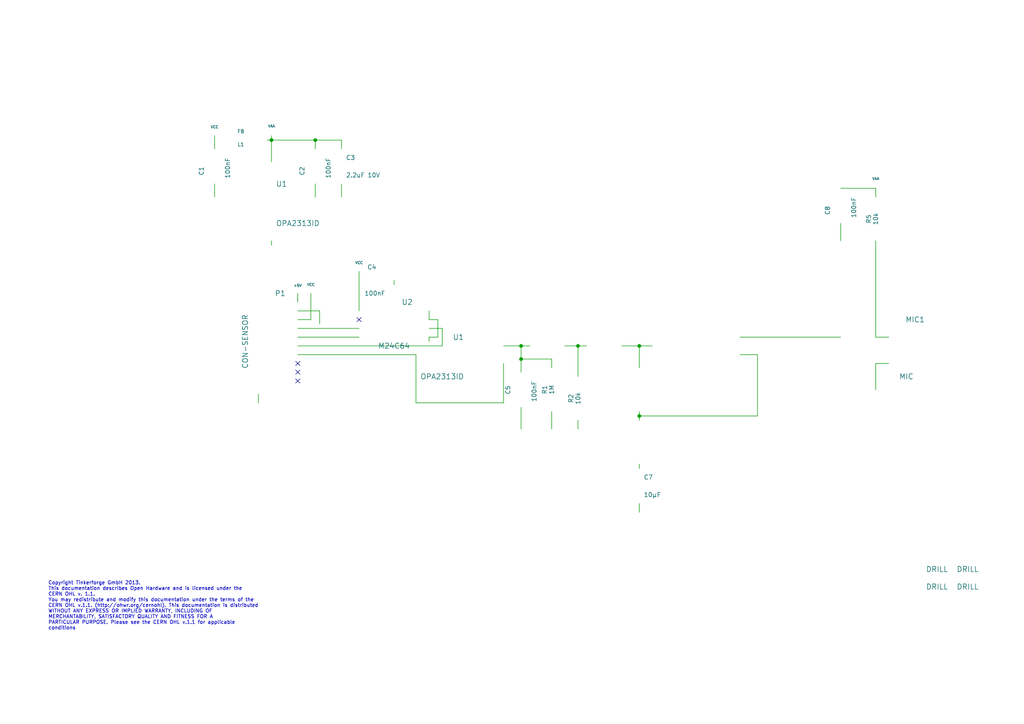
<source format=kicad_sch>
(kicad_sch (version 20230121) (generator eeschema)
  (paper "A4")
  (title_block (title "Sound Intensity Bricklet") (date "19 sep 2013") (rev "1.0") (company "Tinkerforge GmbH") (comment 1 "Licensed under CERN OHL v.1.1") (comment 2 "Copyright (©) 2013, B.Nordmeyer <bastian@tinkerforge.com>"))
  (lib_symbols)
  (junction (at 151.13 100.33))
  (junction (at 91.44 40.64))
  (junction (at 78.74 40.64))
  (junction (at 185.42 100.33))
  (junction (at 151.13 104.14))
  (junction (at 185.42 120.65))
  (junction (at 167.64 100.33))
  (no_connect (at 86.36 107.95))
  (no_connect (at 86.36 105.41))
  (no_connect (at 86.36 110.49))
  (no_connect (at 104.14 92.71))
  (wire (pts (xy 104.14 78.74) (xy 104.14 90.17)))
  (wire (pts (xy 86.36 87.63) (xy 86.36 85.09)))
  (wire (pts (xy 254 69.85) (xy 254 97.79)))
  (wire (pts (xy 104.14 97.79) (xy 86.36 97.79)))
  (wire (pts (xy 91.44 57.15) (xy 91.44 53.34)))
  (wire (pts (xy 78.74 40.64) (xy 91.44 40.64)))
  (wire (pts (xy 254 105.41) (xy 257.81 105.41)))
  (wire (pts (xy 243.84 69.85) (xy 243.84 64.77)))
  (wire (pts (xy 120.65 116.84) (xy 120.65 102.87)))
  (wire (pts (xy 146.05 105.41) (xy 146.05 116.84)))
  (wire (pts (xy 127 97.79) (xy 124.46 97.79)))
  (wire (pts (xy 254 97.79) (xy 257.81 97.79)))
  (wire (pts (xy 99.06 57.15) (xy 99.06 53.34)))
  (wire (pts (xy 86.36 102.87) (xy 120.65 102.87)))
  (wire (pts (xy 86.36 90.17) (xy 92.71 90.17)))
  (wire (pts (xy 128.27 95.25) (xy 124.46 95.25)))
  (wire (pts (xy 254 54.61) (xy 243.84 54.61)))
  (wire (pts (xy 127 92.71) (xy 124.46 92.71)))
  (wire (pts (xy 127 97.79) (xy 127 92.71)))
  (wire (pts (xy 170.18 100.33) (xy 167.64 100.33)))
  (wire (pts (xy 167.64 100.33) (xy 167.64 109.22)))
  (wire (pts (xy 160.02 104.14) (xy 151.13 104.14)))
  (wire (pts (xy 128.27 100.33) (xy 128.27 95.25)))
  (wire (pts (xy 62.23 39.37) (xy 62.23 43.18)))
  (wire (pts (xy 185.42 119.38) (xy 185.42 120.65)))
  (wire (pts (xy 151.13 124.46) (xy 151.13 118.11)))
  (wire (pts (xy 146.05 116.84) (xy 120.65 116.84)))
  (wire (pts (xy 214.63 97.79) (xy 243.84 97.79)))
  (wire (pts (xy 219.71 102.87) (xy 214.63 102.87)))
  (wire (pts (xy 254 57.15) (xy 254 54.61)))
  (wire (pts (xy 78.74 46.99) (xy 78.74 40.64)))
  (wire (pts (xy 185.42 120.65) (xy 185.42 121.92)))
  (wire (pts (xy 189.23 100.33) (xy 185.42 100.33)))
  (wire (pts (xy 185.42 146.05) (xy 185.42 148.59)))
  (wire (pts (xy 151.13 107.95) (xy 151.13 104.14)))
  (wire (pts (xy 78.74 40.64) (xy 78.74 39.37)))
  (wire (pts (xy 160.02 119.38) (xy 160.02 124.46)))
  (wire (pts (xy 167.64 100.33) (xy 163.83 100.33)))
  (wire (pts (xy 254 113.03) (xy 254 105.41)))
  (wire (pts (xy 90.17 85.09) (xy 90.17 92.71)))
  (wire (pts (xy 185.42 100.33) (xy 185.42 106.68)))
  (wire (pts (xy 99.06 40.64) (xy 99.06 43.18)))
  (wire (pts (xy 104.14 95.25) (xy 86.36 95.25)))
  (wire (pts (xy 62.23 57.15) (xy 62.23 53.34)))
  (wire (pts (xy 91.44 40.64) (xy 91.44 43.18)))
  (wire (pts (xy 153.67 100.33) (xy 151.13 100.33)))
  (wire (pts (xy 124.46 97.79) (xy 124.46 99.06)))
  (wire (pts (xy 78.74 71.12) (xy 78.74 69.85)))
  (wire (pts (xy 185.42 135.89) (xy 185.42 134.62)))
  (wire (pts (xy 91.44 40.64) (xy 99.06 40.64)))
  (wire (pts (xy 90.17 92.71) (xy 86.36 92.71)))
  (wire (pts (xy 185.42 100.33) (xy 180.34 100.33)))
  (wire (pts (xy 77.47 40.64) (xy 78.74 40.64)))
  (wire (pts (xy 160.02 106.68) (xy 160.02 104.14)))
  (wire (pts (xy 86.36 100.33) (xy 128.27 100.33)))
  (wire (pts (xy 92.71 90.17) (xy 92.71 93.98)))
  (wire (pts (xy 114.3 81.28) (xy 114.3 82.55)))
  (wire (pts (xy 219.71 102.87) (xy 219.71 120.65)))
  (wire (pts (xy 124.46 92.71) (xy 124.46 90.17)))
  (wire (pts (xy 167.64 124.46) (xy 167.64 121.92)))
  (wire (pts (xy 151.13 104.14) (xy 151.13 100.33)))
  (wire (pts (xy 151.13 100.33) (xy 146.05 100.33)))
  (wire (pts (xy 74.93 116.84) (xy 74.93 114.3)))
  (wire (pts (xy 219.71 120.65) (xy 185.42 120.65)))
  (text "Copyright Tinkerforge GmbH 2013.\nThis documentation describes Open Hardware and is licensed under the\nCERN OHL v. 1.1.\nYou may redistribute and modify this documentation under the terms of the\nCERN OHL v.1.1. (http://ohwr.org/cernohl). This documentation is distributed\nWITHOUT ANY EXPRESS OR IMPLIED WARRANTY, INCLUDING OF\nMERCHANTABILITY, SATISFACTORY QUALITY AND FITNESS FOR A\nPARTICULAR PURPOSE. Please see the CERN OHL v.1.1 for applicable\nconditions\n" (at 13.97 182.88 0) (effects (font (size 1.016 1.016)) (justify left bottom)))
  (symbol (lib_id "CON-SENSOR") (at 74.93 99.06 0) (mirror y) (unit 1)
    (property "Reference" "P1" (at 81.28 85.09 0) (effects (font (size 1.524 1.524))))
    (property "Value" "CON-SENSOR" (at 71.12 99.06 90) (effects (font (size 1.524 1.524))))
    (property "Footprint" "CON-SENSOR" (effects hide))
  )
  (symbol (lib_id "GND") (at 74.93 116.84 0) (unit 1)
    (property "Reference" "#PWR06" (effects hide))
    (property "Value" "GND" (effects hide))
  )
  (symbol (lib_id "GND") (at 92.71 93.98 0) (unit 1)
    (property "Reference" "#PWR05" (effects hide))
    (property "Value" "GND" (effects hide))
  )
  (symbol (lib_id "VCC") (at 90.17 85.09 0) (unit 1)
    (property "Reference" "#PWR04" (effects hide))
    (property "Value" "VCC" (at 90.17 82.55 0) (effects (font (size 0.762 0.762))))
  )
  (symbol (lib_id "CAT24C") (at 114.3 100.33 0) (mirror y) (unit 1)
    (property "Reference" "U2" (at 118.11 87.63 0) (effects (font (size 1.524 1.524))))
    (property "Value" "M24C64" (at 114.3 100.33 0) (effects (font (size 1.524 1.524))))
    (property "Footprint" "SOIC8" (effects hide))
  )
  (symbol (lib_id "C") (at 109.22 81.28 90) (unit 1)
    (property "Reference" "C4" (at 109.22 77.47 90) (effects (justify left)))
    (property "Value" "100nF" (at 111.76 85.09 90) (effects (justify left)))
    (property "Footprint" "0603" (effects hide))
  )
  (symbol (lib_id "DRILL") (at 280.67 165.1 0) (unit 1)
    (property "Reference" "U5" (effects hide))
    (property "Value" "DRILL" (at 280.67 165.1 0) (effects (font (size 1.524 1.524))))
    (property "Footprint" "DRILL_NP" (effects hide))
  )
  (symbol (lib_id "DRILL") (at 280.67 170.18 0) (unit 1)
    (property "Reference" "U6" (effects hide))
    (property "Value" "DRILL" (at 280.67 170.18 0) (effects (font (size 1.524 1.524))))
    (property "Footprint" "DRILL_NP" (effects hide))
  )
  (symbol (lib_id "DRILL") (at 271.78 170.18 0) (unit 1)
    (property "Reference" "U4" (effects hide))
    (property "Value" "DRILL" (at 271.78 170.18 0) (effects (font (size 1.524 1.524))))
    (property "Footprint" "DRILL_NP" (effects hide))
  )
  (symbol (lib_id "DRILL") (at 271.78 165.1 0) (unit 1)
    (property "Reference" "U3" (effects hide))
    (property "Value" "DRILL" (at 271.78 165.1 0) (effects (font (size 1.524 1.524))))
    (property "Footprint" "DRILL_NP" (effects hide))
  )
  (symbol (lib_id "GND") (at 124.46 99.06 0) (unit 1)
    (property "Reference" "#PWR03" (effects hide))
    (property "Value" "GND" (effects hide))
  )
  (symbol (lib_id "VCC") (at 104.14 78.74 0) (unit 1)
    (property "Reference" "#PWR02" (effects hide))
    (property "Value" "VCC" (at 104.14 76.2 0) (effects (font (size 0.762 0.762))))
  )
  (symbol (lib_id "GND") (at 114.3 82.55 0) (unit 1)
    (property "Reference" "#PWR01" (effects hide))
    (property "Value" "GND" (effects hide))
  )
  (symbol (lib_id "LM358") (at 133.35 102.87 0) (mirror y) (unit 2)
    (property "Reference" "U1" (at 134.62 97.79 0) (effects (font (size 1.524 1.524)) (justify left)))
    (property "Value" "OPA2313ID" (at 134.62 109.22 0) (effects (font (size 1.524 1.524)) (justify left)))
    (property "Footprint" "SOIC8" (effects hide))
  )
  (symbol (lib_id "LM358") (at 201.93 100.33 0) (mirror y) (unit 1)
    (property "Reference" "U1" (at 203.2 95.25 0) (effects (font (size 1.524 1.524)) (justify left)))
    (property "Value" "OPA2313ID" (at 203.2 106.68 0) (effects (font (size 1.524 1.524)) (justify left)))
    (property "Footprint" "SOIC8" (effects hide))
  )
  (symbol (lib_id "LM358") (at 81.28 58.42 0) (unit 3)
    (property "Reference" "U1" (at 80.01 53.34 0) (effects (font (size 1.524 1.524)) (justify left)))
    (property "Value" "OPA2313ID" (at 80.01 64.77 0) (effects (font (size 1.524 1.524)) (justify left)))
    (property "Footprint" "SOIC8" (effects hide))
  )
  (symbol (lib_id "R") (at 167.64 115.57 180) (unit 1)
    (property "Reference" "R2" (at 165.608 115.57 90))
    (property "Value" "10k" (at 167.64 115.57 90))
    (property "Footprint" "0603" (effects hide))
  )
  (symbol (lib_id "GND") (at 167.64 124.46 0) (unit 1)
    (property "Reference" "#PWR07" (effects hide))
    (property "Value" "GND" (effects hide))
  )
  (symbol (lib_id "C") (at 175.26 100.33 90) (unit 1)
    (property "Reference" "C6" (at 176.53 96.52 90) (effects (justify left)))
    (property "Value" "100nF" (at 177.8 104.14 90) (effects (justify left)))
    (property "Footprint" "0603" (effects hide))
  )
  (symbol (lib_id "R") (at 185.42 113.03 0) (unit 1)
    (property "Reference" "R3" (at 187.452 113.03 90))
    (property "Value" "1M" (at 185.42 113.03 90))
    (property "Footprint" "0603" (effects hide))
  )
  (symbol (lib_id "C") (at 248.92 97.79 90) (unit 1)
    (property "Reference" "C9" (at 250.19 93.98 90) (effects (justify left)))
    (property "Value" "0.1µF" (at 251.46 101.6 90) (effects (justify left)))
    (property "Footprint" "0805" (effects hide))
  )
  (symbol (lib_id "GND") (at 254 113.03 0) (unit 1)
    (property "Reference" "#PWR08" (effects hide))
    (property "Value" "GND" (effects hide))
  )
  (symbol (lib_id "R") (at 254 63.5 180) (unit 1)
    (property "Reference" "R5" (at 251.968 63.5 90))
    (property "Value" "10k" (at 254 63.5 90))
    (property "Footprint" "0603" (effects hide))
  )
  (symbol (lib_id "VAA") (at 78.74 39.37 0) (unit 1)
    (property "Reference" "#PWR4" (effects hide))
    (property "Value" "VAA" (at 78.74 36.576 0) (effects (font (size 0.762 0.762))))
  )
  (symbol (lib_id "VCC") (at 62.23 39.37 0) (unit 1)
    (property "Reference" "#PWR09" (effects hide))
    (property "Value" "VCC" (at 62.23 36.83 0) (effects (font (size 0.762 0.762))))
  )
  (symbol (lib_id "GND") (at 78.74 71.12 0) (unit 1)
    (property "Reference" "#PWR010" (effects hide))
    (property "Value" "GND" (effects hide))
  )
  (symbol (lib_id "C") (at 99.06 48.26 0) (unit 1)
    (property "Reference" "C3" (at 100.33 45.72 0) (effects (justify left)))
    (property "Value" "2.2uF 10V" (at 100.33 50.8 0) (effects (justify left)))
    (property "Footprint" "0805" (effects hide))
  )
  (symbol (lib_id "C") (at 91.44 48.26 180) (unit 1)
    (property "Reference" "C2" (at 87.63 48.26 90) (effects (justify left)))
    (property "Value" "100nF" (at 95.25 45.72 90) (effects (justify left)))
    (property "Footprint" "0603" (effects hide))
  )
  (symbol (lib_id "GND") (at 91.44 57.15 0) (unit 1)
    (property "Reference" "#PWR011" (effects hide))
    (property "Value" "GND" (effects hide))
  )
  (symbol (lib_id "GND") (at 99.06 57.15 0) (unit 1)
    (property "Reference" "#PWR012" (effects hide))
    (property "Value" "GND" (effects hide))
  )
  (symbol (lib_id "MIC") (at 264.16 101.6 0) (mirror y) (unit 1)
    (property "Reference" "MIC1" (at 265.43 92.71 0) (effects (font (size 1.524 1.524))))
    (property "Value" "MIC" (at 262.89 109.22 0) (effects (font (size 1.524 1.524))))
    (property "Footprint" "MICRO_9_7" (effects hide))
  )
  (symbol (lib_id "INDUCTOR") (at 69.85 40.64 90) (unit 1)
    (property "Reference" "L1" (at 69.85 41.91 90) (effects (font (size 1.016 1.016))))
    (property "Value" "FB" (at 69.85 38.1 90) (effects (font (size 1.016 1.016))))
    (property "Footprint" "0603" (effects hide))
  )
  (symbol (lib_id "C") (at 62.23 48.26 180) (unit 1)
    (property "Reference" "C1" (at 58.42 48.26 90) (effects (justify left)))
    (property "Value" "100nF" (at 66.04 45.72 90) (effects (justify left)))
    (property "Footprint" "0603" (effects hide))
  )
  (symbol (lib_id "GND") (at 62.23 57.15 0) (unit 1)
    (property "Reference" "#PWR013" (effects hide))
    (property "Value" "GND" (effects hide))
  )
  (symbol (lib_id "DIODESCH") (at 158.75 100.33 180) (unit 1)
    (property "Reference" "D1" (at 158.75 102.87 0) (effects (font (size 1.016 1.016))))
    (property "Value" "B0520LW" (at 158.75 97.79 0) (effects (font (size 1.016 1.016))))
    (property "Footprint" "SOD-123" (effects hide))
  )
  (symbol (lib_id "C") (at 151.13 113.03 180) (unit 1)
    (property "Reference" "C5" (at 147.32 111.76 90) (effects (justify left)))
    (property "Value" "100nF" (at 154.94 110.49 90) (effects (justify left)))
    (property "Footprint" "0603" (effects hide))
  )
  (symbol (lib_id "GND") (at 151.13 124.46 0) (unit 1)
    (property "Reference" "#PWR014" (effects hide))
    (property "Value" "GND" (effects hide))
  )
  (symbol (lib_id "R") (at 160.02 113.03 180) (unit 1)
    (property "Reference" "R1" (at 157.988 113.03 90))
    (property "Value" "1M" (at 160.02 113.03 90))
    (property "Footprint" "0603" (effects hide))
  )
  (symbol (lib_id "GND") (at 160.02 124.46 0) (unit 1)
    (property "Reference" "#PWR015" (effects hide))
    (property "Value" "GND" (effects hide))
  )
  (symbol (lib_id "CP1") (at 185.42 140.97 0) (unit 1)
    (property "Reference" "C7" (at 186.69 138.43 0) (effects (justify left)))
    (property "Value" "10µF" (at 186.69 143.51 0) (effects (justify left)))
    (property "Footprint" "ELKO_43" (effects hide))
  )
  (symbol (lib_id "GND") (at 185.42 148.59 0) (unit 1)
    (property "Reference" "#PWR016" (effects hide))
    (property "Value" "GND" (effects hide))
  )
  (symbol (lib_id "+5V") (at 86.36 85.09 0) (unit 1)
    (property "Reference" "#PWR017" (effects hide))
    (property "Value" "+5V" (at 86.36 82.804 0) (effects (font (size 0.762 0.762))))
  )
  (symbol (lib_id "C") (at 243.84 59.69 180) (unit 1)
    (property "Reference" "C8" (at 240.03 59.69 90) (effects (justify left)))
    (property "Value" "100nF" (at 247.65 57.15 90) (effects (justify left)))
    (property "Footprint" "0603" (effects hide))
  )
  (symbol (lib_id "GND") (at 243.84 69.85 0) (unit 1)
    (property "Reference" "#PWR018" (effects hide))
    (property "Value" "GND" (effects hide))
  )
  (symbol (lib_id "R") (at 185.42 128.27 180) (unit 1)
    (property "Reference" "R4" (at 183.388 128.27 90))
    (property "Value" "4k7" (at 185.42 128.27 90))
    (property "Footprint" "0603" (effects hide))
  )
  (symbol (lib_id "VAA") (at 254 54.61 0) (unit 1)
    (property "Reference" "#PWR19" (effects hide))
    (property "Value" "VAA" (at 254 51.816 0) (effects (font (size 0.762 0.762))))
  )
)
</source>
